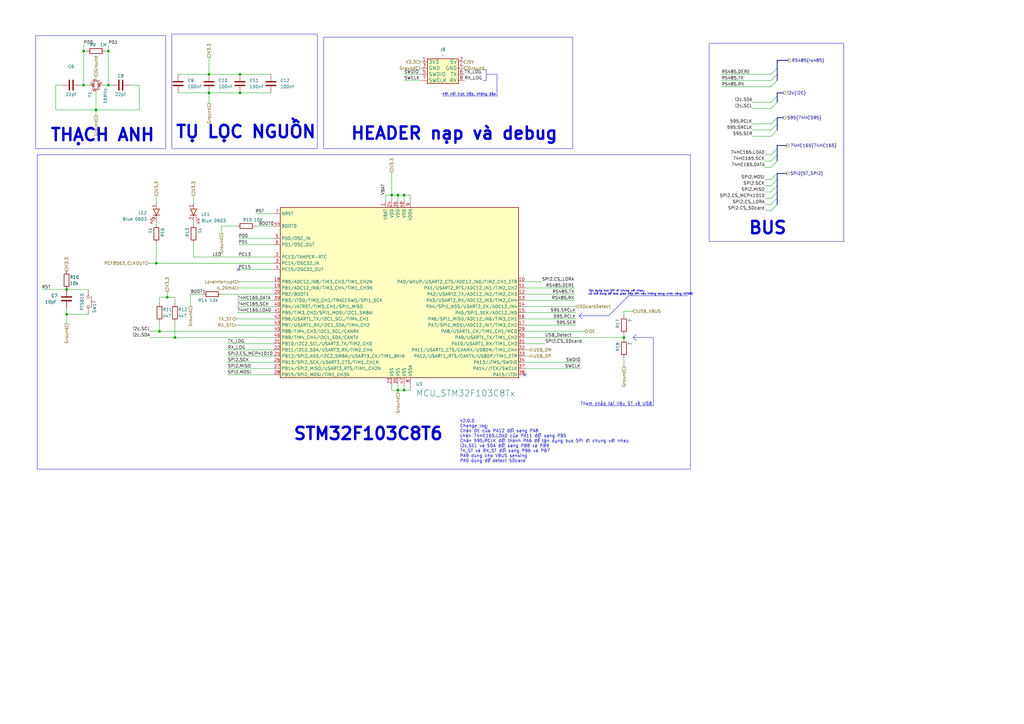
<source format=kicad_sch>
(kicad_sch (version 20231120) (generator "eeschema") (generator_version "8.0")
  (paper "A3")
  (lib_symbols
    (symbol "Device:Crystal_GND24_Small" (pin_names (offset 1.016) hide)
      (property "Reference" "Y" (at 1.27 4.445 0))
      (property "Value" "Crystal_GND24_Small" (at 1.27 2.54 0))
      (symbol "Crystal_GND24_Small_0_1"
        (rectangle (start -0.762 -1.524) (end 0.762 1.524))
        (polyline (pts (xy -1.27 -0.762) (xy -1.27 0.762)) (stroke (width 0.381)))
        (polyline (pts (xy 1.27 -0.762) (xy 1.27 0.762)) (stroke (width 0.381)))
        (polyline (pts (xy -1.27 -1.27) (xy -1.27 -1.905) (xy 1.27 -1.905) (xy 1.27 -1.27)))
        (polyline (pts (xy -1.27 1.27) (xy -1.27 1.905) (xy 1.27 1.905) (xy 1.27 1.27)))
      )
      (symbol "Crystal_GND24_Small_1_1"
        (pin passive line (at -2.54 0 0) (length 1.27) (name "1") (number "1"))
        (pin passive line (at 0 -2.54 90) (length 0.635) (name "2") (number "2"))
        (pin passive line (at 2.54 0 180) (length 1.27) (name "3") (number "3"))
        (pin passive line (at 0 2.54 270) (length 0.635) (name "4") (number "4"))
      )
    )
    (symbol "Device:R" (pin_numbers hide) (pin_names (offset 0))
      (property "Reference" "R" (at 2.032 0 90))
      (property "Value" "R" (at 0 0 90))
      (symbol "R_0_1"
        (rectangle (start -1.016 -2.54) (end 1.016 2.54) (stroke (width 0.254)))
      )
      (symbol "R_1_1"
        (pin passive line (at 0 3.81 270) (length 1.27) (name "~") (number "1"))
        (pin passive line (at 0 -3.81 90) (length 1.27) (name "~") (number "2"))
      )
    )
    (symbol "IVS_SYMBOLS:Led"
      (property "Reference" "LE" (at 0.508 -2.794 0))
      (property "Value" "Led" (at -0.254 2.794 0))
      (symbol "Led_0_1"
        (polyline (pts (xy 0 -1.27) (xy 0 1.27)) (stroke (width 0.254)))
        (polyline (pts (xy 2.54 -1.27) (xy 2.54 1.27) (xy 0 0) (xy 2.54 -1.27)) (stroke (width 0.254)) (fill (type background)))
        (polyline (pts (xy -1.778 -0.762) (xy -3.302 -2.286) (xy -2.54 -2.286) (xy -3.302 -2.286) (xy -3.302 -1.524)))
        (polyline (pts (xy -0.508 -0.762) (xy -2.032 -2.286) (xy -1.27 -2.286) (xy -2.032 -2.286) (xy -2.032 -1.524)))
      )
      (symbol "Led_1_1"
        (pin passive line (at 5.08 0 180) (length 2.54) (name "") (number "1"))
        (pin passive line (at -2.54 0 0) (length 2.54) (name "") (number "2"))
      )
    )
    (symbol "SpiritBoi_Library:Led"
      (property "Reference" "LE" (at 0.508 -2.794 0))
      (property "Value" "Led" (at -0.254 2.794 0))
      (symbol "Led_0_1"
        (polyline (pts (xy 0 -1.27) (xy 0 1.27)) (stroke (width 0.254)))
        (polyline (pts (xy 2.54 -1.27) (xy 2.54 1.27) (xy 0 0) (xy 2.54 -1.27)) (stroke (width 0.254)) (fill (type background)))
        (polyline (pts (xy -1.778 -0.762) (xy -3.302 -2.286) (xy -2.54 -2.286) (xy -3.302 -2.286) (xy -3.302 -1.524)))
        (polyline (pts (xy -0.508 -0.762) (xy -2.032 -2.286) (xy -1.27 -2.286) (xy -2.032 -2.286) (xy -2.032 -1.524)))
      )
      (symbol "Led_1_1"
        (pin passive line (at 5.08 0 180) (length 2.54) (name "") (number "1"))
        (pin passive line (at -2.54 0 0) (length 2.54) (name "") (number "2"))
      )
    )
    (symbol "SpiritBoi_Library:MCU_STM32F103C8Tx"
      (property "Reference" "U" (at -48.26 39.37 0))
      (property "Value" "MCU_STM32F103C8Tx" (at 25.4 40.64 0))
      (symbol "MCU_STM32F103C8Tx_0_1"
        (rectangle (start -48.26 38.1) (end 49.53 -31.75) (stroke (width 0.254)) (fill (type background)))
      )
      (symbol "MCU_STM32F103C8Tx_1_1"
        (pin power_in line (at -5.08 40.64 270) (length 2.54) (name "VBAT") (number "1"))
        (pin bidirectional line (at 52.07 7.62 180) (length 2.54) (name "PA0/WKUP/USART2_CTS/ADC12_IN0/TIM2_CH1_ETR") (number "10"))
        (pin bidirectional line (at 52.07 5.08 180) (length 2.54) (name "PA1/USART2_RTS/ADC12_IN1/TIM2_CH2") (number "11"))
        (pin bidirectional line (at 52.07 2.54 180) (length 2.54) (name "PA2/USART2_TX/ADC12_IN2/TIM2_CH3") (number "12"))
        (pin bidirectional line (at 52.07 0 180) (length 2.54) (name "PA3/USART2_RX/ADC12_IN3/TIM2_CH4") (number "13"))
        (pin bidirectional line (at 52.07 -2.54 180) (length 2.54) (name "PA4/SPI1_NSS/USART2_CK/ADC12_IN4") (number "14"))
        (pin bidirectional line (at 52.07 -5.08 180) (length 2.54) (name "PA5/SPI1_SCK/ADC12_IN5") (number "15"))
        (pin bidirectional line (at 52.07 -7.62 180) (length 2.54) (name "PA6/SPI1_MISO/ADC12_IN6/TIM3_CH1") (number "16"))
        (pin bidirectional line (at 52.07 -10.16 180) (length 2.54) (name "PA7/SPI1_MOSI/ADC12_IN7/TIM3_CH2") (number "17"))
        (pin bidirectional line (at -50.8 7.62 0) (length 2.54) (name "PB0/ADC12_IN8/TIM3_CH3/TIM1_CH2N") (number "18"))
        (pin bidirectional line (at -50.8 5.08 0) (length 2.54) (name "PB1/ADC12_IN9/TIM3_CH4/TIM1_CH3N") (number "19"))
        (pin bidirectional line (at -50.8 17.78 0) (length 2.54) (name "PC13/TAMPER-RTC") (number "2"))
        (pin bidirectional line (at -50.8 2.54 0) (length 2.54) (name "PB2/BOOT1") (number "20"))
        (pin bidirectional line (at -50.8 -17.78 0) (length 2.54) (name "PB10/I2C2_SCL/USART3_TX/TIM2_CH3") (number "21"))
        (pin bidirectional line (at -50.8 -20.32 0) (length 2.54) (name "PB11/I2C2_SDA/USART3_RX/TIM2_CH4") (number "22"))
        (pin power_in line (at -2.54 -34.29 90) (length 2.54) (name "VSS") (number "23"))
        (pin power_in line (at -2.54 40.64 270) (length 2.54) (name "VDD") (number "24"))
        (pin bidirectional line (at -50.8 -22.86 0) (length 2.54) (name "PB12/SPI2_NSS/I2C2_SMBAI/USART3_CK/TIM1_BKIN") (number "25"))
        (pin bidirectional line (at -50.8 -25.4 0) (length 2.54) (name "PB13/SPI2_SCK/USART3_CTS/TIM1_CH1N") (number "26"))
        (pin bidirectional line (at -50.8 -27.94 0) (length 2.54) (name "PB14/SPI2_MISO/USART3_RTS/TIM1_CH2N") (number "27"))
        (pin bidirectional line (at -50.8 -30.48 0) (length 2.54) (name "PB15/SPI2_MOSI/TIM1_CH3N") (number "28"))
        (pin bidirectional line (at 52.07 -12.7 180) (length 2.54) (name "PA8/USART1_CK/TIM1_CH1/MCO") (number "29"))
        (pin bidirectional line (at -50.8 15.24 0) (length 2.54) (name "PC14/OSC32_IN") (number "3"))
        (pin bidirectional line (at 52.07 -15.24 180) (length 2.54) (name "PA9/USART1_TX/TIM1_CH2") (number "30"))
        (pin bidirectional line (at 52.07 -17.78 180) (length 2.54) (name "PA10/USART1_RX/TIM1_CH3") (number "31"))
        (pin bidirectional line (at 52.07 -20.32 180) (length 2.54) (name "PA11/USART1_CTS/CANRX/USBDM/TIM1_CH4") (number "32"))
        (pin bidirectional line (at 52.07 -22.86 180) (length 2.54) (name "PA12/USART1_RTS/CANTX/USBDP/TIM1_ETR") (number "33"))
        (pin bidirectional line (at 52.07 -25.4 180) (length 2.54) (name "PA13/JTMS/SWDIO") (number "34"))
        (pin power_in line (at 0 -34.29 90) (length 2.54) (name "VSS") (number "35"))
        (pin power_in line (at 0 40.64 270) (length 2.54) (name "VDD") (number "36"))
        (pin bidirectional line (at 52.07 -27.94 180) (length 2.54) (name "PA14/JTCK/SWCLK") (number "37"))
        (pin bidirectional line (at 52.07 -30.48 180) (length 2.54) (name "PA15/JTDI") (number "38"))
        (pin bidirectional line (at -50.8 0 0) (length 2.54) (name "PB3/JTDO/TIM2_CH2/TRACESWO/SPI1_SCK") (number "39"))
        (pin bidirectional line (at -50.8 12.7 0) (length 2.54) (name "PC15/OSC32_OUT") (number "4"))
        (pin bidirectional line (at -50.8 -2.54 0) (length 2.54) (name "PB4/JNTRST/TIM3_CH1/SPI1_MISO") (number "40"))
        (pin bidirectional line (at -50.8 -5.08 0) (length 2.54) (name "PB5/TIM3_CH2/SPI1_MOSI/I2C1_SMBAI") (number "41"))
        (pin bidirectional line (at -50.8 -7.62 0) (length 2.54) (name "PB6/USART1_TX/I2C1_SCL/TIM4_CH1") (number "42"))
        (pin bidirectional line (at -50.8 -10.16 0) (length 2.54) (name "PB7/USART1_RX/I2C1_SDA/TIM4_CH2") (number "43"))
        (pin input line (at -50.8 30.48 0) (length 2.54) (name "BOOT0") (number "44"))
        (pin bidirectional line (at -50.8 -12.7 0) (length 2.54) (name "PB8/TIM4_CH3/I2C1_SCL/CANRX") (number "45"))
        (pin bidirectional line (at -50.8 -15.24 0) (length 2.54) (name "PB9/TIM4_CH4/I2C1_SDA/CANTX") (number "46"))
        (pin power_in line (at 2.54 -34.29 90) (length 2.54) (name "VSS") (number "47"))
        (pin power_in line (at 2.54 40.64 270) (length 2.54) (name "VDD") (number "48"))
        (pin input line (at -50.8 25.4 0) (length 2.54) (name "PD0/OSC_IN") (number "5"))
        (pin input line (at -50.8 22.86 0) (length 2.54) (name "PD1/OSC_OUT") (number "6"))
        (pin input line (at -50.8 35.56 0) (length 2.54) (name "NRST") (number "7"))
        (pin power_in line (at 5.08 -34.29 90) (length 2.54) (name "VSSA") (number "8"))
        (pin power_in line (at 5.08 40.64 270) (length 2.54) (name "VDDA") (number "9"))
      )
    )
    (symbol "SpiritBoi_Library:R" (pin_numbers hide) (pin_names (offset 0))
      (property "Reference" "R" (at 2.032 0 90))
      (property "Value" "R" (at 0 0 90))
      (symbol "R_0_1"
        (rectangle (start -1.016 -2.54) (end 1.016 2.54) (stroke (width 0.254)))
      )
      (symbol "R_1_1"
        (pin passive line (at 0 3.81 270) (length 1.27) (name "~") (number "1"))
        (pin passive line (at 0 -3.81 90) (length 1.27) (name "~") (number "2"))
      )
    )
    (symbol "SpiritBoi_Library:STlinkV2.1CustomHeader"
      (property "Reference" "J" (at 0 3.302 0))
      (symbol "STlinkV2.1CustomHeader_1_1"
        (rectangle (start 0 1.27) (end 12.7 -8.89) (stroke (width 0.254)) (fill (type background)))
        (pin passive line (at -2.54 0 0) (length 2.54) (name "3V3") (number "1"))
        (pin passive line (at 15.24 0 180) (length 2.54) (name "5V") (number "2"))
        (pin passive line (at -2.54 -2.54 0) (length 2.54) (name "GND") (number "3"))
        (pin passive line (at 15.24 -2.54 180) (length 2.54) (name "GND") (number "4"))
        (pin passive line (at -2.54 -5.08 0) (length 2.54) (name "SWDIO") (number "5"))
        (pin passive line (at 15.24 -5.08 180) (length 2.54) (name "TX") (number "6"))
        (pin passive line (at -2.54 -7.62 0) (length 2.54) (name "SWCLK") (number "7"))
        (pin passive line (at 15.24 -7.62 180) (length 2.54) (name "RX") (number "8"))
      )
    )
    (symbol "Thu_vien_kicad:C" (pin_numbers hide) (pin_names (offset 0.254))
      (property "Reference" "C" (at 0.635 2.54 0))
      (property "Value" "C" (at 0.635 -2.54 0))
      (symbol "C_0_1"
        (polyline (pts (xy -2.032 -0.762) (xy 2.032 -0.762)) (stroke (width 0.508)))
        (polyline (pts (xy -2.032 0.762) (xy 2.032 0.762)) (stroke (width 0.508)))
      )
      (symbol "C_1_1"
        (pin passive line (at 0 3.81 270) (length 2.794) (name "~") (number "1"))
        (pin passive line (at 0 -3.81 90) (length 2.794) (name "~") (number "2"))
      )
    )
    (symbol "Thu_vien_kicad:R" (pin_numbers hide) (pin_names (offset 0))
      (property "Reference" "R" (at 2.032 0 90))
      (property "Value" "R" (at 0 0 90))
      (symbol "R_0_1"
        (rectangle (start -1.016 -2.54) (end 1.016 2.54) (stroke (width 0.254)))
      )
      (symbol "R_1_1"
        (pin passive line (at 0 3.81 270) (length 1.27) (name "~") (number "1"))
        (pin passive line (at 0 -3.81 90) (length 1.27) (name "~") (number "2"))
      )
    )
    (symbol "Thu_vien_kicad:SW_Push" (pin_numbers hide) (pin_names (offset 1.016) hide)
      (property "Reference" "SW" (at 1.27 2.54 0))
      (property "Value" "SW_Push" (at 0 -1.524 0))
      (symbol "SW_Push_0_1"
        (circle (center -2.032 0) (radius 0.508))
        (polyline (pts (xy 0 1.27) (xy 0 3.048)))
        (polyline (pts (xy 2.54 1.27) (xy -2.54 1.27)))
        (circle (center 2.032 0) (radius 0.508))
        (pin passive line (at -5.08 0 0) (length 2.54) (name "1") (number "1"))
        (pin passive line (at 5.08 0 180) (length 2.54) (name "2") (number "2"))
      )
    )
  )
  (bus_alias "74HC595" (members "RCLK" "SRCLK" "SER"))
  (bus_alias "ST_SPI2" (members "SCK" "MOSI" "MISO" "CS_MCP41010" "CS_LORA" "CS_SDcard"))
  (bus_alias "rs485" (members "TX" "RX" "DERE"))
  (junction (at 160.655 80.01))
  (junction (at 44.45 34.925))
  (junction (at 34.29 20.955))
  (junction (at 71.755 138.43))
  (junction (at 64.135 107.95))
  (junction (at 27.305 128.905))
  (junction (at 165.735 80.01))
  (junction (at 44.45 20.955))
  (junction (at 98.425 30.48))
  (junction (at 255.905 138.43))
  (junction (at 163.195 80.01))
  (junction (at 34.29 34.925))
  (junction (at 85.725 38.1))
  (junction (at 165.735 160.02))
  (junction (at 68.58 121.92))
  (junction (at 163.195 160.02))
  (junction (at 85.725 30.48))
  (junction (at 65.405 135.89))
  (junction (at 27.305 118.745))
  (junction (at 98.425 38.1))
  (junction (at 39.37 45.085))
  (no_connect (at 215.265 153.67))
  (no_connect (at 97.79 110.49))
  (bus_entry (at 316.23 73.66) (size 2.54 -2.54))
  (bus_entry (at 316.23 55.88) (size 2.54 -2.54))
  (bus_entry (at 316.23 63.5) (size 2.54 -2.54))
  (bus_entry (at 316.23 33.02) (size 2.54 -2.54))
  (bus_entry (at 316.23 68.58) (size 2.54 -2.54))
  (bus_entry (at 316.23 66.04) (size 2.54 -2.54))
  (bus_entry (at 316.23 76.2) (size 2.54 -2.54))
  (bus_entry (at 316.23 78.74) (size 2.54 -2.54))
  (bus_entry (at 316.23 44.45) (size 2.54 -2.54))
  (bus_entry (at 316.23 81.28) (size 2.54 -2.54))
  (bus_entry (at 316.23 50.8) (size 2.54 -2.54))
  (bus_entry (at 316.23 35.56) (size 2.54 -2.54))
  (bus_entry (at 316.23 41.91) (size 2.54 -2.54))
  (bus_entry (at 316.23 86.36) (size 2.54 -2.54))
  (bus_entry (at 316.23 53.34) (size 2.54 -2.54))
  (bus_entry (at 316.23 30.48) (size 2.54 -2.54))
  (bus_entry (at 316.23 83.82) (size 2.54 -2.54))
  (wire (pts (xy 44.45 18.415) (xy 44.45 20.955)))
  (polyline (pts (xy 198.12 28.575) (xy 199.39 28.575)))
  (wire (pts (xy 163.195 82.55) (xy 163.195 80.01)))
  (polyline (pts (xy 199.39 28.575) (xy 199.39 33.02)))
  (wire (pts (xy 308.61 50.8) (xy 316.23 50.8)))
  (wire (pts (xy 308.61 53.34) (xy 316.23 53.34)))
  (wire (pts (xy 259.715 127.635) (xy 255.905 127.635)))
  (wire (pts (xy 215.265 135.89) (xy 240.03 135.89)))
  (wire (pts (xy 34.29 34.925) (xy 36.83 34.925)))
  (wire (pts (xy 215.265 128.27) (xy 236.22 128.27)))
  (wire (pts (xy 168.275 157.48) (xy 168.275 160.02)))
  (wire (pts (xy 160.655 160.02) (xy 163.195 160.02)))
  (wire (pts (xy 168.275 80.01) (xy 165.735 80.01)))
  (wire (pts (xy 295.91 33.02) (xy 316.23 33.02)))
  (wire (pts (xy 65.405 121.92) (xy 65.405 124.46)))
  (wire (pts (xy 215.265 151.13) (xy 238.125 151.13)))
  (wire (pts (xy 39.37 45.085) (xy 39.37 47.625)))
  (wire (pts (xy 215.265 148.59) (xy 238.125 148.59)))
  (wire (pts (xy 97.79 97.79) (xy 112.395 97.79)))
  (wire (pts (xy 112.395 133.35) (xy 96.52 133.35)))
  (wire (pts (xy 215.265 120.65) (xy 235.585 120.65)))
  (wire (pts (xy 43.18 20.955) (xy 44.45 20.955)))
  (wire (pts (xy 79.375 99.695) (xy 79.375 105.41)))
  (bus (pts (xy 321.31 38.1) (xy 318.77 38.1)))
  (wire (pts (xy 61.595 138.43) (xy 71.755 138.43)))
  (wire (pts (xy 65.405 132.08) (xy 65.405 135.89)))
  (wire (pts (xy 60.96 107.95) (xy 64.135 107.95)))
  (wire (pts (xy 165.735 160.02) (xy 163.195 160.02)))
  (wire (pts (xy 93.345 143.51) (xy 112.395 143.51)))
  (wire (pts (xy 78.105 120.65) (xy 78.105 125.73)))
  (wire (pts (xy 163.195 160.02) (xy 163.195 161.29)))
  (wire (pts (xy 34.29 18.415) (xy 34.29 20.955)))
  (wire (pts (xy 61.595 135.89) (xy 65.405 135.89)))
  (wire (pts (xy 97.79 115.57) (xy 112.395 115.57)))
  (wire (pts (xy 223.52 140.97) (xy 215.265 140.97)))
  (wire (pts (xy 90.805 92.71) (xy 97.155 92.71)))
  (wire (pts (xy 17.145 118.745) (xy 27.305 118.745)))
  (wire (pts (xy 215.265 118.11) (xy 235.585 118.11)))
  (bus (pts (xy 318.77 63.5) (xy 318.77 60.96)))
  (wire (pts (xy 97.79 118.11) (xy 112.395 118.11)))
  (wire (pts (xy 236.22 125.73) (xy 215.265 125.73)))
  (polyline (pts (xy 237.49 129.54) (xy 249.555 129.54)))
  (bus (pts (xy 322.58 71.12) (xy 318.77 71.12)))
  (wire (pts (xy 215.265 123.19) (xy 235.585 123.19)))
  (bus (pts (xy 318.77 59.69) (xy 322.58 59.69)))
  (wire (pts (xy 93.345 148.59) (xy 112.395 148.59)))
  (wire (pts (xy 22.86 45.085) (xy 39.37 45.085)))
  (wire (pts (xy 97.155 128.27) (xy 112.395 128.27)))
  (wire (pts (xy 64.135 99.695) (xy 64.135 107.95)))
  (wire (pts (xy 27.305 118.745) (xy 36.195 118.745)))
  (polyline (pts (xy 198.12 33.02) (xy 199.39 33.02)))
  (wire (pts (xy 215.265 146.05) (xy 217.17 146.05)))
  (wire (pts (xy 85.725 38.1) (xy 85.725 42.545)))
  (wire (pts (xy 34.29 20.955) (xy 35.56 20.955)))
  (wire (pts (xy 85.725 30.48) (xy 98.425 30.48)))
  (wire (pts (xy 316.23 73.66) (xy 313.69 73.66)))
  (wire (pts (xy 98.425 30.48) (xy 111.125 30.48)))
  (wire (pts (xy 27.305 128.905) (xy 36.195 128.905)))
  (wire (pts (xy 22.86 34.925) (xy 22.86 45.085)))
  (wire (pts (xy 163.195 157.48) (xy 163.195 160.02)))
  (bus (pts (xy 318.77 60.96) (xy 318.77 59.69)))
  (wire (pts (xy 44.45 20.955) (xy 44.45 34.925)))
  (wire (pts (xy 255.905 138.43) (xy 255.905 137.16)))
  (wire (pts (xy 90.805 120.65) (xy 112.395 120.65)))
  (polyline (pts (xy 241.3 166.37) (xy 267.97 166.37)))
  (wire (pts (xy 97.79 100.33) (xy 112.395 100.33)))
  (polyline (pts (xy 181.61 39.37) (xy 191.77 39.37)))
  (wire (pts (xy 97.79 110.49) (xy 112.395 110.49)))
  (wire (pts (xy 98.425 38.1) (xy 111.125 38.1)))
  (wire (pts (xy 65.405 135.89) (xy 112.395 135.89)))
  (wire (pts (xy 112.395 130.81) (xy 96.52 130.81)))
  (wire (pts (xy 165.735 82.55) (xy 165.735 80.01)))
  (wire (pts (xy 78.105 120.65) (xy 83.185 120.65)))
  (wire (pts (xy 308.61 55.88) (xy 316.23 55.88)))
  (wire (pts (xy 57.15 34.925) (xy 57.15 45.085)))
  (wire (pts (xy 160.655 80.01) (xy 160.655 82.55)))
  (bus (pts (xy 318.77 30.48) (xy 318.77 27.94)))
  (wire (pts (xy 73.025 38.1) (xy 85.725 38.1)))
  (bus (pts (xy 318.77 81.28) (xy 318.77 83.82)))
  (bus (pts (xy 318.77 27.94) (xy 318.77 24.765)))
  (polyline (pts (xy 259.715 138.43) (xy 260.985 139.7)))
  (wire (pts (xy 313.69 66.04) (xy 316.23 66.04)))
  (wire (pts (xy 313.69 81.28) (xy 316.23 81.28)))
  (wire (pts (xy 215.265 143.51) (xy 217.17 143.51)))
  (wire (pts (xy 313.69 63.5) (xy 316.23 63.5)))
  (wire (pts (xy 79.375 90.805) (xy 79.375 92.075)))
  (polyline (pts (xy 259.715 138.43) (xy 267.97 138.43)))
  (wire (pts (xy 255.905 138.43) (xy 255.905 139.065)))
  (bus (pts (xy 318.77 50.8) (xy 318.77 48.26)))
  (wire (pts (xy 255.905 127.635) (xy 255.905 129.54)))
  (polyline (pts (xy 191.77 39.37) (xy 203.835 39.37)))
  (wire (pts (xy 295.91 35.56) (xy 316.23 35.56)))
  (wire (pts (xy 27.305 128.905) (xy 27.305 126.365)))
  (wire (pts (xy 79.375 105.41) (xy 112.395 105.41)))
  (wire (pts (xy 90.805 95.885) (xy 90.805 92.71)))
  (wire (pts (xy 316.23 41.91) (xy 308.61 41.91)))
  (wire (pts (xy 172.72 33.02) (xy 165.735 33.02)))
  (bus (pts (xy 318.77 39.37) (xy 318.77 38.1)))
  (wire (pts (xy 163.195 80.01) (xy 160.655 80.01)))
  (wire (pts (xy 255.905 146.685) (xy 255.905 150.495)))
  (wire (pts (xy 236.22 130.81) (xy 215.265 130.81)))
  (wire (pts (xy 68.58 119.38) (xy 68.58 121.92)))
  (wire (pts (xy 93.345 140.97) (xy 112.395 140.97)))
  (wire (pts (xy 104.775 87.63) (xy 112.395 87.63)))
  (wire (pts (xy 160.655 157.48) (xy 160.655 160.02)))
  (bus (pts (xy 318.77 76.2) (xy 318.77 78.74)))
  (wire (pts (xy 39.37 31.115) (xy 39.37 32.385)))
  (bus (pts (xy 318.77 24.765) (xy 323.215 24.765)))
  (polyline (pts (xy 199.39 30.48) (xy 203.835 30.48)))
  (wire (pts (xy 71.755 121.92) (xy 71.755 124.46)))
  (wire (pts (xy 64.135 90.805) (xy 64.135 92.075)))
  (bus (pts (xy 318.77 73.66) (xy 318.77 76.2)))
  (wire (pts (xy 64.135 80.01) (xy 64.135 83.185)))
  (polyline (pts (xy 238.76 128.27) (xy 237.49 129.54)))
  (wire (pts (xy 172.72 27.94) (xy 172.085 27.94)))
  (wire (pts (xy 97.155 125.73) (xy 112.395 125.73)))
  (wire (pts (xy 44.45 34.925) (xy 45.72 34.925)))
  (wire (pts (xy 215.265 138.43) (xy 255.905 138.43)))
  (bus (pts (xy 318.77 41.91) (xy 318.77 39.37)))
  (wire (pts (xy 39.37 45.085) (xy 39.37 37.465)))
  (wire (pts (xy 313.69 86.36) (xy 316.23 86.36)))
  (wire (pts (xy 53.34 34.925) (xy 57.15 34.925)))
  (wire (pts (xy 68.58 121.92) (xy 65.405 121.92)))
  (polyline (pts (xy 237.49 129.54) (xy 238.76 130.81)))
  (wire (pts (xy 316.23 44.45) (xy 308.61 44.45)))
  (wire (pts (xy 41.91 34.925) (xy 44.45 34.925)))
  (wire (pts (xy 168.275 82.55) (xy 168.275 80.01)))
  (wire (pts (xy 93.345 151.13) (xy 112.395 151.13)))
  (wire (pts (xy 64.135 107.95) (xy 112.395 107.95)))
  (wire (pts (xy 34.29 20.955) (xy 34.29 34.925)))
  (wire (pts (xy 158.115 80.01) (xy 160.655 80.01)))
  (polyline (pts (xy 267.97 166.37) (xy 267.97 138.43)))
  (wire (pts (xy 104.775 92.71) (xy 112.395 92.71)))
  (wire (pts (xy 85.725 23.495) (xy 85.725 30.48)))
  (polyline (pts (xy 259.715 138.43) (xy 260.985 137.16)))
  (wire (pts (xy 172.72 30.48) (xy 165.735 30.48)))
  (wire (pts (xy 71.755 132.08) (xy 71.755 138.43)))
  (wire (pts (xy 215.265 133.35) (xy 236.22 133.35)))
  (wire (pts (xy 27.305 128.905) (xy 27.305 132.715)))
  (bus (pts (xy 318.77 33.02) (xy 318.77 30.48)))
  (wire (pts (xy 158.115 80.01) (xy 158.115 82.55)))
  (bus (pts (xy 318.77 78.74) (xy 318.77 81.28)))
  (wire (pts (xy 168.275 160.02) (xy 165.735 160.02)))
  (wire (pts (xy 316.23 68.58) (xy 313.69 68.58)))
  (wire (pts (xy 316.23 76.2) (xy 313.69 76.2)))
  (bus (pts (xy 318.77 53.34) (xy 318.77 50.8)))
  (bus (pts (xy 318.77 66.04) (xy 318.77 63.5)))
  (polyline (pts (xy 257.81 121.285) (xy 281.94 121.285)))
  (wire (pts (xy 313.69 78.74) (xy 316.23 78.74)))
  (wire (pts (xy 160.655 70.485) (xy 160.655 80.01)))
  (wire (pts (xy 68.58 121.92) (xy 71.755 121.92)))
  (wire (pts (xy 295.91 30.48) (xy 316.23 30.48)))
  (wire (pts (xy 97.155 123.19) (xy 112.395 123.19)))
  (wire (pts (xy 79.375 80.01) (xy 79.375 83.185)))
  (wire (pts (xy 222.25 115.57) (xy 215.265 115.57)))
  (wire (pts (xy 71.755 138.43) (xy 112.395 138.43)))
  (wire (pts (xy 93.345 146.05) (xy 112.395 146.05)))
  (wire (pts (xy 165.735 80.01) (xy 163.195 80.01)))
  (polyline (pts (xy 203.835 30.48) (xy 203.835 39.37)))
  (bus (pts (xy 318.77 48.26) (xy 321.31 48.26)))
  (wire (pts (xy 57.15 45.085) (xy 39.37 45.085)))
  (wire (pts (xy 22.86 34.925) (xy 25.4 34.925)))
  (wire (pts (xy 33.02 34.925) (xy 34.29 34.925)))
  (wire (pts (xy 73.025 30.48) (xy 85.725 30.48)))
  (wire (pts (xy 93.345 153.67) (xy 112.395 153.67)))
  (wire (pts (xy 85.725 38.1) (xy 98.425 38.1)))
  (wire (pts (xy 172.72 25.4) (xy 172.085 25.4)))
  (bus (pts (xy 318.77 71.12) (xy 318.77 73.66)))
  (wire (pts (xy 313.69 83.82) (xy 316.23 83.82)))
  (wire (pts (xy 165.735 157.48) (xy 165.735 160.02)))
  (polyline (pts (xy 249.555 129.54) (xy 257.81 121.285)))
  (rectangle (start 15.24 63.5) (end 283.21 192.405))
  (rectangle (start 290.83 17.78) (end 346.075 99.06))
  (rectangle (start 70.485 13.97) (end 130.175 60.96))
  (rectangle (start 132.715 15.24) (end 234.95 60.96))
  (rectangle (start 14.605 14.605) (end 67.945 60.96))
  (text "TỤ LỌC NGUỒN\n" (at 71.755 57.15 0) (effects (font (size 5 5) (thickness 1) (bold yes)) (justify left bottom)))
  (text "STM32F103C8T6\n" (at 120.015 180.975 0) (effects (font (size 5 5) (thickness 1) (bold yes)) (justify left bottom)))
  (text "Kết nối trực tiếp, không đảo" (at 192.405 38.735 0) (effects (font (size 1 1))))
  (text "HEADER nạp và debug\n" (at 143.51 57.785 0) (effects (font (size 5 5) (thickness 1) (bold yes)) (justify left bottom)))
  (text "THẠCH ANH" (at 20.32 58.42 0) (effects (font (size 5 5) (thickness 1) (bold yes)) (justify left bottom)))
  (text "Tham khảo tài liệu ST về USB" (at 252.73 165.735 0) (effects (font (size 1.27 1.27))))
  (text "V2.0.0\nChange log:\nChân OE của PA12 đổi sang PA8\nchân 74HC165.LOAD của PA11 đổi sang PB5\nChân 595.RCLK đổi thành PA6 để tận dụng bus SPI đi chung với nhau\ni2c.SCL và SDA đổi sang PB8 và PB9\nTX_ST và RX_ST đổi sang PB6 và PB7\nPA9 dùng cho VBUS sensing\nPA5 dùng để detect SDcard" (at 188.595 180.975 0) (effects (font (size 1.27 1.27)) (justify left)))
  (text "Tận dụng bus SPI đi chung với nhau, \ncó thể dùng để test giao tiếp SPI nếu không dùng chức năng HC595" (at 241.3 120.015 0) (effects (font (size 0.8 0.8)) (justify left)))
  (text "BUS" (at 306.705 96.52 0) (effects (font (size 5 5) (thickness 1) (bold yes)) (justify left bottom)))
  (label "SPI2.CS_MCP41010" (at 313.69 81.28 180))
  (label "SPI2.MOSI" (at 313.69 73.66 180))
  (label "PD1" (at 97.79 100.33 0))
  (label "i2c.SDA" (at 308.61 41.91 180))
  (label "BOOT1" (at 78.105 120.65 0))
  (label "PC15" (at 97.79 110.49 0))
  (label "SWCLK" (at 165.735 33.02 0))
  (label "BOOT0" (at 106.045 92.71 0))
  (label "SPI2.CS_SDcard" (at 313.69 86.36 180))
  (label "SPI2.SCK" (at 313.69 76.2 180))
  (label "74HC165.DATA" (at 97.155 123.19 0))
  (label "SPI2.SCK" (at 93.345 148.59 0))
  (label "74HC165.SCK" (at 313.69 66.04 180))
  (label "SWCLK" (at 238.125 151.13 180))
  (label "SPI2.MOSI" (at 93.345 153.67 0))
  (label "595.RCLK" (at 308.61 50.8 180))
  (label "RS485.RX" (at 235.585 123.19 180))
  (label "SPI2.CS_MCP41010" (at 93.345 146.05 0))
  (label "LED" (at 90.805 105.41 180))
  (label "595.RCLK" (at 236.22 130.81 180))
  (label "i2c.SCL" (at 61.595 135.89 180))
  (label "SPI2.MISO" (at 93.345 151.13 0))
  (label "RS485.TX" (at 235.585 120.65 180))
  (label "i2c.SDA" (at 61.595 138.43 180))
  (label "SPI2.CS_LORA" (at 222.25 115.57 0))
  (label "595.SRCLK" (at 308.61 53.34 180))
  (label "i2c.SCL" (at 308.61 44.45 180))
  (label "TX_LOG" (at 93.345 140.97 0))
  (label "PD0" (at 34.29 18.415 0))
  (label "PD1" (at 44.45 18.415 0))
  (label "RS485.TX" (at 295.91 33.02 0))
  (label "SWDIO" (at 165.735 30.48 0))
  (label "74HC165.DATA" (at 313.69 68.58 180))
  (label "USB_Detect" (at 223.52 138.43 0))
  (label "RX_LOG" (at 93.345 143.51 0))
  (label "595.SER" (at 308.61 55.88 180))
  (label "595.SRCLK" (at 236.22 128.27 180))
  (label "SPI2.CS_LORA" (at 313.69 83.82 180))
  (label "VBAT" (at 158.115 80.01 90))
  (label "74HC165.LOAD" (at 97.155 128.27 0))
  (label "74HC165.SCK" (at 97.155 125.73 0))
  (label "74HC165.LOAD" (at 313.69 63.5 180))
  (label "RST" (at 17.145 118.745 0))
  (label "SPI2.MISO" (at 313.69 78.74 180))
  (label "TX_LOG" (at 190.5 30.48 0))
  (label "RS485.DERE" (at 235.585 118.11 180))
  (label "RX_LOG" (at 190.5 33.02 0))
  (label "595.SER" (at 236.22 133.35 180))
  (label "PC13" (at 97.79 105.41 0))
  (label "SPI2.CS_SDcard" (at 223.52 140.97 0))
  (label "RS485.RX" (at 295.91 35.56 0))
  (label "RS485.DERE" (at 295.91 30.48 0))
  (label "RST" (at 104.775 87.63 0))
  (label "PD0" (at 97.79 97.79 0))
  (label "SWDIO" (at 238.125 148.59 180))
  (hierarchical_label "Ground" (shape passive) (at 190.5 27.94 0))
  (hierarchical_label "5V" (shape passive) (at 190.5 25.4 0))
  (hierarchical_label "V3.3" (shape passive) (at 160.655 70.485 90))
  (hierarchical_label "SPI2{ST_SPI2}" (shape output) (at 322.58 71.12 0))
  (hierarchical_label "RX_ST" (shape input) (at 96.52 133.35 180))
  (hierarchical_label "LoraInterrupt" (shape input) (at 97.79 115.57 180))
  (hierarchical_label "SDcardDetect" (shape input) (at 236.22 125.73 0))
  (hierarchical_label "Ground" (shape passive) (at 90.805 95.885 270))
  (hierarchical_label "74HC165{74HC165}" (shape output) (at 322.58 59.69 0))
  (hierarchical_label "V3.3" (shape passive) (at 85.725 23.495 90))
  (hierarchical_label "USB_DM" (shape bidirectional) (at 217.17 143.51 0))
  (hierarchical_label "V3.3" (shape passive) (at 79.375 80.01 90))
  (hierarchical_label "V3.3" (shape passive) (at 68.58 119.38 90))
  (hierarchical_label "Ground" (shape passive) (at 172.085 27.94 180))
  (hierarchical_label "Ground" (shape passive) (at 85.725 42.545 270))
  (hierarchical_label "RS485{rs485}" (shape output) (at 323.215 24.765 0))
  (hierarchical_label "4_20mA" (shape input) (at 97.79 118.11 180))
  (hierarchical_label "i2c{I2C}" (shape output) (at 321.31 38.1 0))
  (hierarchical_label "Ground" (shape passive) (at 78.105 125.73 270))
  (hierarchical_label "USB_DP" (shape bidirectional) (at 217.17 146.05 0))
  (hierarchical_label "Ground" (shape passive) (at 255.905 150.495 270))
  (hierarchical_label "PCF8563_CLKOUT" (shape input) (at 60.96 107.95 180))
  (hierarchical_label "V3.3" (shape passive) (at 27.305 111.125 90))
  (hierarchical_label "OE" (shape output) (at 240.03 135.89 0))
  (hierarchical_label "Ground" (shape passive) (at 163.195 161.29 270))
  (hierarchical_label "USB_VBUS" (shape passive) (at 259.715 127.635 0))
  (hierarchical_label "TX_ST" (shape output) (at 96.52 130.81 180))
  (hierarchical_label "Ground" (shape passive) (at 39.37 31.115 90))
  (hierarchical_label "V3.3" (shape passive) (at 64.135 80.01 90))
  (hierarchical_label "V3.3" (shape passive) (at 172.085 25.4 180))
  (hierarchical_label "595{74HC595}" (shape output) (at 321.31 48.26 0))
  (hierarchical_label "Ground" (shape passive) (at 39.37 47.625 270))
  (hierarchical_label "Ground" (shape passive) (at 27.305 132.715 270))
  (symbol (lib_id "SpiritBoi_Library:STlinkV2.1CustomHeader") (at 175.26 25.4 0) (unit 1)
    (property "Reference" "J8" (at 181.61 20.32 0))
    (property "Value" "~" (at 181.61 22.86 0))
    (property "Footprint" "SpiritBoi_Footprint_Library:Conn-Vert-THT-2.54mm-2x4P-IDC_Header" (effects (hide yes)))
  )
  (symbol (lib_id "Thu_vien_kicad:C") (at 73.025 34.29 0) (unit 1)
    (property "Reference" "C9" (at 76.835 33.0199 0) (effects (justify left)))
    (property "Value" "100nF" (at 76.835 35.5599 0) (effects (justify left)))
    (property "Footprint" "SpiritBoi_Footprint_Library:C_0603" (effects (hide yes)))
    (instances (project "DongTamV2" (path "" (reference "C9") (unit 1))) (project "dongtam" (path "" (reference "C?") (unit 1))))
  )
  (symbol (lib_id "Device:R") (at 71.755 128.27 0) (unit 1)
    (property "Reference" "R12" (at 73.025 127 0) (effects (justify left)))
    (property "Value" "4k7" (at 73.025 129.54 0) (effects (justify left)))
    (property "Footprint" "SpiritBoi_Footprint_Library:R_0603" (effects (hide yes)))
  )
  (symbol (lib_id "SpiritBoi_Library:MCU_STM32F103C8Tx") (at 163.195 123.19 0) (unit 1)
    (property "Reference" "U3" (at 170.4691 157.48 0) (effects (justify left)))
    (property "Value" "MCU_STM32F103C8Tx" (at 170.4691 161.29 0) (effects (font (size 2.54 2.54)) (justify left)))
    (property "Footprint" "SpiritBoi_Footprint_Library:Package-IC-LQFP-48P-7x7mm-P0.5mm" (effects (hide yes)))
    (property "Datasheet" "http://www.st.com/st-web-ui/static/active/en/resource/technical/document/datasheet/CD00161566.pdf" (effects (hide yes)))
    (property "Description" "ARM Cortex-M3 MCU, 64KB flash, 20KB RAM, 72MHz, 2-3.6V, 37 GPIO, LQFP-48" (effects (hide yes)))
    (property "Thegioiic_Buylink" "https://www.thegioiic.com/stm32f103c8t6" (effects (hide yes)))
    (property "ICDAYROI_Buylink" "https://icdayroi.com/stm32f103c8t6" (effects (hide yes)))
    (property "Digikey_Buylink" "https://www.digikey.com/en/products/detail/stmicroelectronics/STM32F103C8T6/1646338" (effects (hide yes)))
  )
  (symbol (lib_id "Thu_vien_kicad:R") (at 27.305 114.935 0) (unit 1)
    (property "Reference" "R10" (at 28.575 113.665 0) (effects (justify left)))
    (property "Value" "10k" (at 28.575 116.205 0) (effects (justify left)))
    (property "Footprint" "SpiritBoi_Footprint_Library:R_0603" (effects (hide yes)))
    (instances (project "DongTamV2" (path "" (reference "R10") (unit 1))) (project "dongtam" (path "" (reference "R?") (unit 1))))
  )
  (symbol (lib_id "Thu_vien_kicad:C") (at 49.53 34.925 90) (unit 1)
    (property "Reference" "C8" (at 49.53 31.115 90))
    (property "Value" "22pF" (at 49.53 38.735 90))
    (property "Footprint" "SpiritBoi_Footprint_Library:C_0603" (effects (hide yes)))
    (instances (project "DongTamV2" (path "" (reference "C8") (unit 1))) (project "dongtam" (path "" (reference "C?") (unit 1))))
  )
  (symbol (lib_id "Device:R") (at 65.405 128.27 0) (unit 1)
    (property "Reference" "R11" (at 66.675 127 0) (effects (justify left)))
    (property "Value" "4k7" (at 66.675 129.54 0) (effects (justify left)))
    (property "Footprint" "SpiritBoi_Footprint_Library:R_0603" (effects (hide yes)))
    (property "Description" "Resistor" (effects (hide yes)))
  )
  (symbol (lib_id "Thu_vien_kicad:C") (at 98.425 34.29 0) (unit 1)
    (property "Reference" "C11" (at 102.235 33.0199 0) (effects (justify left)))
    (property "Value" "100nF" (at 102.235 35.5599 0) (effects (justify left)))
    (property "Footprint" "SpiritBoi_Footprint_Library:C_0603" (effects (hide yes)))
    (instances (project "DongTamV2" (path "" (reference "C11") (unit 1))) (project "dongtam" (path "" (reference "C?") (unit 1))))
  )
  (symbol (lib_id "Thu_vien_kicad:R") (at 255.905 133.35 180) (unit 1)
    (property "Reference" "R17" (at 253.365 130.81 90) (effects (justify left)))
    (property "Value" "?" (at 258.445 130.81 90) (effects (justify left)))
    (property "Footprint" "SpiritBoi_Footprint_Library:R_0603" (effects (hide yes)))
  )
  (symbol (lib_id "IVS_SYMBOLS:Led") (at 79.375 88.265 90) (unit 1)
    (property "Reference" "LE1" (at 82.55 87.9475 90) (effects (justify right)))
    (property "Value" "Blue 0603" (at 82.55 90.4875 90) (effects (justify right)))
    (property "Footprint" "SpiritBoi_Footprint_Library:LED_0603" (effects (hide yes)))
    (instances (project "DongTamV2" (path "" (reference "LE1") (unit 1))) (project "dongtam" (path "" (reference "LE?") (unit 1))))
  )
  (symbol (lib_id "Thu_vien_kicad:R") (at 64.135 95.885 0) (mirror x) (unit 1)
    (property "Reference" "R16" (at 66.675 93.345 90) (effects (justify left)))
    (property "Value" "1k" (at 61.595 93.345 90) (effects (justify left)))
    (property "Footprint" "SpiritBoi_Footprint_Library:R_0603" (effects (hide yes)))
  )
  (symbol (lib_id "Device:Crystal_GND24_Small") (at 39.37 34.925 0) (unit 1)
    (property "Reference" "Y1" (at 36.83 40.005 90) (effects (justify left)))
    (property "Value" "16MHz" (at 43.18 42.545 90) (effects (justify left)))
    (property "Footprint" "SpiritBoi_Footprint_Library:Crystal-SMD-4P-3.2x2.6mm-3225" (effects (hide yes)))
    (instances (project "DongTamV2" (path "" (reference "Y1") (unit 1))) (project "dongtam" (path "" (reference "Y?") (unit 1))))
  )
  (symbol (lib_id "Thu_vien_kicad:C") (at 27.305 122.555 180) (unit 1)
    (property "Reference" "C7" (at 20.955 121.285 0) (effects (justify right)))
    (property "Value" "10pF" (at 18.415 123.825 0) (effects (justify right)))
    (property "Footprint" "SpiritBoi_Footprint_Library:C_0603" (effects (hide yes)))
    (instances (project "DongTamV2" (path "" (reference "C7") (unit 1))) (project "dongtam" (path "" (reference "C?") (unit 1))))
  )
  (symbol (lib_id "Thu_vien_kicad:R") (at 79.375 95.885 180) (unit 1)
    (property "Reference" "R13" (at 76.835 93.345 90) (effects (justify left)))
    (property "Value" "1k" (at 81.915 93.345 90) (effects (justify left)))
    (property "Footprint" "SpiritBoi_Footprint_Library:R_0603" (effects (hide yes)))
    (instances (project "DongTamV2" (path "" (reference "R13") (unit 1))) (project "dongtam" (path "" (reference "R?") (unit 1))))
  )
  (symbol (lib_id "Thu_vien_kicad:SW_Push") (at 36.195 123.825 270) (unit 1)
    (property "Reference" "SW1" (at 38.735 126.365 0))
    (property "Value" "PTS810" (at 33.655 123.825 0))
    (property "Footprint" "SpiritBoi_Footprint_Library:ButtonPush-Vert-SMD-4P-SPST_PTS810" (effects (hide yes)))
    (instances (project "DongTamV2" (path "" (reference "SW1") (unit 1))) (project "dongtam" (path "" (reference "SW?") (unit 1))))
  )
  (symbol (lib_id "SpiritBoi_Library:R") (at 86.995 120.65 90) (unit 1)
    (property "Reference" "R14" (at 85.09 123.19 90) (effects (justify left)))
    (property "Value" "10k" (at 89.535 123.19 90) (effects (justify left)))
    (property "Footprint" "SpiritBoi_Footprint_Library:R_0603" (effects (hide yes)))
    (property "Description" "Resistor" (effects (hide yes)))
    (instances (project "DongTamV2" (path "" (reference "R14") (unit 1))) (project "dongtam" (path "" (reference "R?") (unit 1))))
  )
  (symbol (lib_id "Thu_vien_kicad:C") (at 29.21 34.925 90) (unit 1)
    (property "Reference" "C6" (at 29.21 27.305 90))
    (property "Value" "22pF" (at 29.21 38.735 90))
    (property "Footprint" "SpiritBoi_Footprint_Library:C_0603" (effects (hide yes)))
    (instances (project "DongTamV2" (path "" (reference "C6") (unit 1))) (project "dongtam" (path "" (reference "C?") (unit 1))))
  )
  (symbol (lib_id "Thu_vien_kicad:R") (at 39.37 20.955 90) (unit 1)
    (property "Reference" "R9" (at 39.37 18.415 90) (effects (justify left)))
    (property "Value" "1M" (at 43.815 18.415 90) (effects (justify left)))
    (property "Footprint" "SpiritBoi_Footprint_Library:R_0603" (effects (hide yes)))
    (instances (project "DongTamV2" (path "" (reference "R9") (unit 1))) (project "dongtam" (path "" (reference "R?") (unit 1))))
  )
  (symbol (lib_id "Thu_vien_kicad:C") (at 111.125 34.29 0) (unit 1)
    (property "Reference" "C12" (at 114.935 33.0199 0) (effects (justify left)))
    (property "Value" "100nF" (at 114.935 35.5599 0) (effects (justify left)))
    (property "Footprint" "SpiritBoi_Footprint_Library:C_0603" (effects (hide yes)))
    (instances (project "DongTamV2" (path "" (reference "C12") (unit 1))) (project "dongtam" (path "" (reference "C?") (unit 1))))
  )
  (symbol (lib_id "Thu_vien_kicad:R") (at 255.905 142.875 180) (unit 1)
    (property "Reference" "R18" (at 253.365 140.335 90) (effects (justify left)))
    (property "Value" "?" (at 258.445 140.335 90) (effects (justify left)))
    (property "Footprint" "SpiritBoi_Footprint_Library:R_0603" (effects (hide yes)))
  )
  (symbol (lib_id "SpiritBoi_Library:Led") (at 64.135 88.265 270) (mirror x) (unit 1)
    (property "Reference" "LE2" (at 60.325 87.3124 90) (effects (justify right)))
    (property "Value" "Blue 0603" (at 60.325 89.8524 90) (effects (justify right)))
    (property "Footprint" "SpiritBoi_Footprint_Library:LED_0603" (effects (hide yes)))
  )
  (symbol (lib_id "Thu_vien_kicad:C") (at 85.725 34.29 0) (unit 1)
    (property "Reference" "C10" (at 89.535 33.0199 0) (effects (justify left)))
    (property "Value" "100nF" (at 89.535 35.5599 0) (effects (justify left)))
    (property "Footprint" "SpiritBoi_Footprint_Library:C_0603" (effects (hide yes)))
    (instances (project "DongTamV2" (path "" (reference "C10") (unit 1))) (project "dongtam" (path "" (reference "C?") (unit 1))))
  )
  (symbol (lib_id "Thu_vien_kicad:R") (at 100.965 92.71 90) (unit 1)
    (property "Reference" "R15" (at 103.505 90.17 90) (effects (justify left)))
    (property "Value" "10K" (at 107.95 90.17 90) (effects (justify left)))
    (property "Footprint" "SpiritBoi_Footprint_Library:R_0603" (effects (hide yes)))
    (instances (project "DongTamV2" (path "" (reference "R15") (unit 1))) (project "dongtam" (path "" (reference "R?") (unit 1))))
  )
)
</source>
